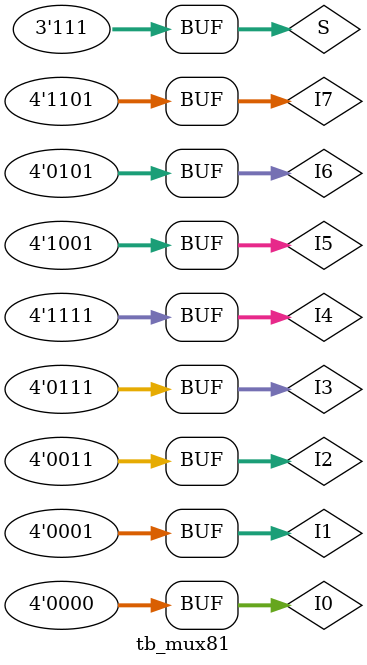
<source format=v>
module tb_mux81();

reg [3:0] I0, I1, I2, I3, I4, I5, I6, I7;
reg [2:0] S;

wire [3:0] Y;

mux_81 u1(I0, I1, I2, I3, I4, I5, I6, I7, S, Y);

initial begin

I0 = 4'b0000;
I1 = 4'b0001;
I2 = 4'b0011;
I3 = 4'b0111;
I4 = 4'b1111;
I5 = 4'b1001;
I6 = 4'b0101;
I7 = 4'b1101;
#10
S = 3'b000;
#10
S = 3'b001;
#10
S = 3'b010;
#10
S = 3'b011;
#10
S = 3'b100;
#10
S = 3'b101;
#10
S = 3'b110;
#10
S = 3'b111;

end
endmodule


</source>
